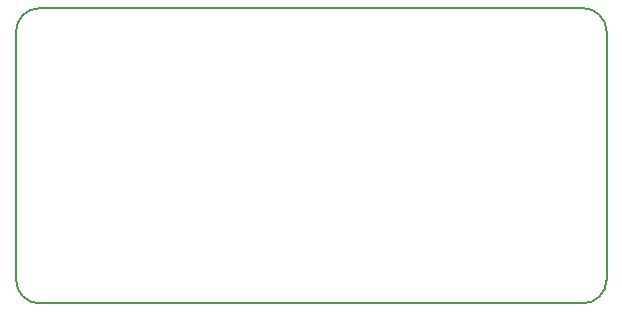
<source format=gbr>
%TF.GenerationSoftware,KiCad,Pcbnew,8.0.9-8.0.9-0~ubuntu22.04.1*%
%TF.CreationDate,2025-07-15T10:59:46-04:00*%
%TF.ProjectId,schematics,73636865-6d61-4746-9963-732e6b696361,rev?*%
%TF.SameCoordinates,Original*%
%TF.FileFunction,Profile,NP*%
%FSLAX46Y46*%
G04 Gerber Fmt 4.6, Leading zero omitted, Abs format (unit mm)*
G04 Created by KiCad (PCBNEW 8.0.9-8.0.9-0~ubuntu22.04.1) date 2025-07-15 10:59:46*
%MOMM*%
%LPD*%
G01*
G04 APERTURE LIST*
%TA.AperFunction,Profile*%
%ADD10C,0.200000*%
%TD*%
G04 APERTURE END LIST*
D10*
X181414214Y-97585786D02*
G75*
G02*
X179414214Y-99585814I-2000014J-14D01*
G01*
X131414214Y-97585788D02*
X131414214Y-76585785D01*
X179414214Y-74585786D02*
G75*
G02*
X181414214Y-76585786I-14J-2000014D01*
G01*
X133414213Y-99585786D02*
G75*
G02*
X131414214Y-97585788I-13J1999986D01*
G01*
X131414214Y-76585785D02*
G75*
G02*
X133414212Y-74585814I1999986J-15D01*
G01*
X179414214Y-99585786D02*
X133414213Y-99585786D01*
X181414214Y-97585786D02*
X181414214Y-76585786D01*
X179414214Y-74585786D02*
X133414212Y-74585786D01*
M02*

</source>
